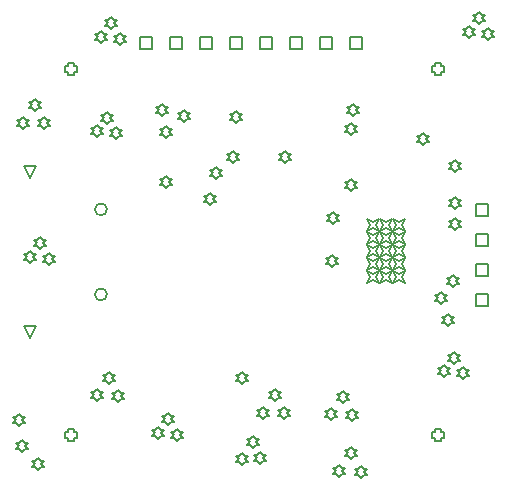
<source format=gbr>
%TF.GenerationSoftware,Altium Limited,Altium Designer,22.8.2 (66)*%
G04 Layer_Color=2752767*
%FSLAX45Y45*%
%MOMM*%
%TF.SameCoordinates,C69CFF7D-580E-4D1C-BBFF-10AAE48A081B*%
%TF.FilePolarity,Positive*%
%TF.FileFunction,Drawing*%
%TF.Part,Single*%
G01*
G75*
%TA.AperFunction,NonConductor*%
%ADD68C,0.12700*%
%ADD69C,0.16933*%
D68*
X-971800Y1719200D02*
Y1820800D01*
X-870200D01*
Y1719200D01*
X-971800D01*
X-717800D02*
Y1820800D01*
X-616200D01*
Y1719200D01*
X-717800D01*
X-463800D02*
Y1820800D01*
X-362200D01*
Y1719200D01*
X-463800D01*
X-209800D02*
Y1820800D01*
X-108200D01*
Y1719200D01*
X-209800D01*
X44200D02*
Y1820800D01*
X145800D01*
Y1719200D01*
X44200D01*
X298200D02*
Y1820800D01*
X399800D01*
Y1719200D01*
X298200D01*
X552200D02*
Y1820800D01*
X653800D01*
Y1719200D01*
X552200D01*
X806200D02*
Y1820800D01*
X907800D01*
Y1719200D01*
X806200D01*
X-1900000Y624200D02*
X-1950800Y725800D01*
X-1849200D01*
X-1900000Y624200D01*
Y-725800D02*
X-1950800Y-624200D01*
X-1849200D01*
X-1900000Y-725800D01*
X1524600Y1524600D02*
Y1499200D01*
X1575400D01*
Y1524600D01*
X1600800D01*
Y1575400D01*
X1575400D01*
Y1600800D01*
X1524600D01*
Y1575400D01*
X1499200D01*
Y1524600D01*
X1524600D01*
X-1575400D02*
Y1499200D01*
X-1524600D01*
Y1524600D01*
X-1499200D01*
Y1575400D01*
X-1524600D01*
Y1600800D01*
X-1575400D01*
Y1575400D01*
X-1600800D01*
Y1524600D01*
X-1575400D01*
X1524600Y-1575400D02*
Y-1600800D01*
X1575400D01*
Y-1575400D01*
X1600800D01*
Y-1524600D01*
X1575400D01*
Y-1499200D01*
X1524600D01*
Y-1524600D01*
X1499200D01*
Y-1575400D01*
X1524600D01*
X-1575400D02*
Y-1600800D01*
X-1524600D01*
Y-1575400D01*
X-1499200D01*
Y-1524600D01*
X-1524600D01*
Y-1499200D01*
X-1575400D01*
Y-1524600D01*
X-1600800D01*
Y-1575400D01*
X-1575400D01*
X1879200Y302200D02*
Y403800D01*
X1980800D01*
Y302200D01*
X1879200D01*
Y48200D02*
Y149800D01*
X1980800D01*
Y48200D01*
X1879200D01*
Y-205800D02*
Y-104200D01*
X1980800D01*
Y-205800D01*
X1879200D01*
Y-459800D02*
Y-358200D01*
X1980800D01*
Y-459800D01*
X1879200D01*
X172667Y-1263575D02*
X198067Y-1238175D01*
X223467D01*
X198067Y-1212775D01*
X223467Y-1187375D01*
X198067D01*
X172667Y-1161975D01*
X147267Y-1187375D01*
X121867D01*
X147267Y-1212775D01*
X121867Y-1238175D01*
X147267D01*
X172667Y-1263575D01*
X71708Y-1412289D02*
X97108Y-1386889D01*
X122508D01*
X97108Y-1361489D01*
X122508Y-1336089D01*
X97108D01*
X71708Y-1310689D01*
X46308Y-1336089D01*
X20908D01*
X46308Y-1361489D01*
X20908Y-1386889D01*
X46308D01*
X71708Y-1412289D01*
X252667Y-1418575D02*
X278067Y-1393175D01*
X303467D01*
X278067Y-1367775D01*
X303467Y-1342375D01*
X278067D01*
X252667Y-1316975D01*
X227267Y-1342375D01*
X201867D01*
X227267Y-1367775D01*
X201867Y-1393175D01*
X227267D01*
X252667Y-1418575D01*
X-1233715Y-1114326D02*
X-1208315Y-1088926D01*
X-1182915D01*
X-1208315Y-1063526D01*
X-1182915Y-1038126D01*
X-1208315D01*
X-1233715Y-1012726D01*
X-1259115Y-1038126D01*
X-1284515D01*
X-1259115Y-1063526D01*
X-1284515Y-1088926D01*
X-1259115D01*
X-1233715Y-1114326D01*
X-1334674Y-1263041D02*
X-1309274Y-1237641D01*
X-1283874D01*
X-1309274Y-1212241D01*
X-1283874Y-1186841D01*
X-1309274D01*
X-1334674Y-1161441D01*
X-1360074Y-1186841D01*
X-1385474D01*
X-1360074Y-1212241D01*
X-1385474Y-1237641D01*
X-1360074D01*
X-1334674Y-1263041D01*
X-1153715Y-1269327D02*
X-1128315Y-1243927D01*
X-1102915D01*
X-1128315Y-1218527D01*
X-1102915Y-1193127D01*
X-1128315D01*
X-1153715Y-1167727D01*
X-1179115Y-1193127D01*
X-1204515D01*
X-1179115Y-1218527D01*
X-1204515Y-1243927D01*
X-1179115D01*
X-1153715Y-1269327D01*
X-1859412Y1193288D02*
X-1834012Y1218688D01*
X-1808612D01*
X-1834012Y1244088D01*
X-1808612Y1269488D01*
X-1834012D01*
X-1859412Y1294888D01*
X-1884812Y1269488D01*
X-1910212D01*
X-1884812Y1244088D01*
X-1910212Y1218688D01*
X-1884812D01*
X-1859412Y1193288D01*
X-1960370Y1044574D02*
X-1934970Y1069974D01*
X-1909570D01*
X-1934970Y1095374D01*
X-1909570Y1120774D01*
X-1934970D01*
X-1960370Y1146174D01*
X-1985770Y1120774D01*
X-2011170D01*
X-1985770Y1095374D01*
X-2011170Y1069974D01*
X-1985770D01*
X-1960370Y1044574D01*
X-1779411Y1038288D02*
X-1754011Y1063688D01*
X-1728611D01*
X-1754011Y1089088D01*
X-1728611Y1114488D01*
X-1754011D01*
X-1779411Y1139888D01*
X-1804811Y1114488D01*
X-1830211D01*
X-1804811Y1089088D01*
X-1830211Y1063688D01*
X-1804811D01*
X-1779411Y1038288D01*
X750000Y-1275800D02*
X775400Y-1250400D01*
X800800D01*
X775400Y-1225000D01*
X800800Y-1199600D01*
X775400D01*
X750000Y-1174200D01*
X724600Y-1199600D01*
X699200D01*
X724600Y-1225000D01*
X699200Y-1250400D01*
X724600D01*
X750000Y-1275800D01*
X649042Y-1424515D02*
X674442Y-1399115D01*
X699842D01*
X674442Y-1373715D01*
X699842Y-1348315D01*
X674442D01*
X649042Y-1322915D01*
X623642Y-1348315D01*
X598242D01*
X623642Y-1373715D01*
X598242Y-1399115D01*
X623642D01*
X649042Y-1424515D01*
X830000Y-1430801D02*
X855400Y-1405401D01*
X880800D01*
X855400Y-1380001D01*
X880800Y-1354601D01*
X855400D01*
X830000Y-1329201D01*
X804600Y-1354601D01*
X779200D01*
X804600Y-1380001D01*
X779200Y-1405401D01*
X804600D01*
X830000Y-1430801D01*
X1700000Y184200D02*
X1725400Y209600D01*
X1750800D01*
X1725400Y235000D01*
X1750800Y260400D01*
X1725400D01*
X1700000Y285800D01*
X1674600Y260400D01*
X1649200D01*
X1674600Y235000D01*
X1649200Y209600D01*
X1674600D01*
X1700000Y184200D01*
X1685000Y-300800D02*
X1710400Y-275400D01*
X1735800D01*
X1710400Y-250000D01*
X1735800Y-224600D01*
X1710400D01*
X1685000Y-199200D01*
X1659600Y-224600D01*
X1634200D01*
X1659600Y-250000D01*
X1634200Y-275400D01*
X1659600D01*
X1685000Y-300800D01*
X1580000Y-440800D02*
X1605400Y-415400D01*
X1630800D01*
X1605400Y-390000D01*
X1630800Y-364600D01*
X1605400D01*
X1580000Y-339200D01*
X1554600Y-364600D01*
X1529200D01*
X1554600Y-390000D01*
X1529200Y-415400D01*
X1554600D01*
X1580000Y-440800D01*
X-105000Y-1120800D02*
X-79600Y-1095400D01*
X-54200D01*
X-79600Y-1070000D01*
X-54200Y-1044600D01*
X-79600D01*
X-105000Y-1019200D01*
X-130400Y-1044600D01*
X-155800D01*
X-130400Y-1070000D01*
X-155800Y-1095400D01*
X-130400D01*
X-105000Y-1120800D01*
X1429612Y908447D02*
X1455012Y933847D01*
X1480412D01*
X1455012Y959247D01*
X1480412Y984647D01*
X1455012D01*
X1429612Y1010047D01*
X1404212Y984647D01*
X1378812D01*
X1404212Y959247D01*
X1378812Y933847D01*
X1404212D01*
X1429612Y908447D01*
X-322173Y619671D02*
X-296773Y645071D01*
X-271373D01*
X-296773Y670471D01*
X-271373Y695871D01*
X-296773D01*
X-322173Y721271D01*
X-347573Y695871D01*
X-372973D01*
X-347573Y670471D01*
X-372973Y645071D01*
X-347573D01*
X-322173Y619671D01*
X-155000Y1089200D02*
X-129600Y1114600D01*
X-104200D01*
X-129600Y1140000D01*
X-104200Y1165400D01*
X-129600D01*
X-155000Y1190800D01*
X-180400Y1165400D01*
X-205800D01*
X-180400Y1140000D01*
X-205800Y1114600D01*
X-180400D01*
X-155000Y1089200D01*
X1639473Y-631427D02*
X1664873Y-606027D01*
X1690273D01*
X1664873Y-580627D01*
X1690273Y-555227D01*
X1664873D01*
X1639473Y-529827D01*
X1614073Y-555227D01*
X1588673D01*
X1614073Y-580627D01*
X1588673Y-606027D01*
X1614073D01*
X1639473Y-631427D01*
X1695000Y364200D02*
X1720400Y389600D01*
X1745800D01*
X1720400Y415000D01*
X1745800Y440400D01*
X1720400D01*
X1695000Y465800D01*
X1669600Y440400D01*
X1644200D01*
X1669600Y415000D01*
X1644200Y389600D01*
X1669600D01*
X1695000Y364200D01*
X-185000Y749200D02*
X-159600Y774600D01*
X-134200D01*
X-159600Y800000D01*
X-134200Y825400D01*
X-159600D01*
X-185000Y850800D01*
X-210400Y825400D01*
X-235800D01*
X-210400Y800000D01*
X-235800Y774600D01*
X-210400D01*
X-185000Y749200D01*
X660000Y-125800D02*
X685400Y-100400D01*
X710800D01*
X685400Y-75000D01*
X710800Y-49600D01*
X685400D01*
X660000Y-24200D01*
X634600Y-49600D01*
X609200D01*
X634600Y-75000D01*
X609200Y-100400D01*
X634600D01*
X660000Y-125800D01*
X-600000Y1099200D02*
X-574600Y1124600D01*
X-549200D01*
X-574600Y1150000D01*
X-549200Y1175400D01*
X-574600D01*
X-600000Y1200800D01*
X-625400Y1175400D01*
X-650800D01*
X-625400Y1150000D01*
X-650800Y1124600D01*
X-625400D01*
X-600000Y1099200D01*
X-750000Y964200D02*
X-724600Y989600D01*
X-699200D01*
X-724600Y1015000D01*
X-699200Y1040400D01*
X-724600D01*
X-750000Y1065800D01*
X-775400Y1040400D01*
X-800800D01*
X-775400Y1015000D01*
X-800800Y989600D01*
X-775400D01*
X-750000Y964200D01*
X-785000Y1149200D02*
X-759600Y1174600D01*
X-734200D01*
X-759600Y1200000D01*
X-734200Y1225400D01*
X-759600D01*
X-785000Y1250800D01*
X-810400Y1225400D01*
X-835800D01*
X-810400Y1200000D01*
X-835800Y1174600D01*
X-810400D01*
X-785000Y1149200D01*
X1904037Y1925355D02*
X1929437Y1950755D01*
X1954837D01*
X1929437Y1976155D01*
X1954837Y2001555D01*
X1929437D01*
X1904037Y2026955D01*
X1878637Y2001555D01*
X1853237D01*
X1878637Y1976155D01*
X1853237Y1950755D01*
X1878637D01*
X1904037Y1925355D01*
X1819037Y1810355D02*
X1844437Y1835755D01*
X1869837D01*
X1844437Y1861155D01*
X1869837Y1886555D01*
X1844437D01*
X1819037Y1911955D01*
X1793637Y1886555D01*
X1768237D01*
X1793637Y1861155D01*
X1768237Y1835755D01*
X1793637D01*
X1819037Y1810355D01*
X1979951Y1793341D02*
X2005351Y1818741D01*
X2030751D01*
X2005351Y1844141D01*
X2030751Y1869541D01*
X2005351D01*
X1979951Y1894941D01*
X1954551Y1869541D01*
X1929151D01*
X1954551Y1844141D01*
X1929151Y1818741D01*
X1954551D01*
X1979951Y1793341D01*
X-1217243Y1884150D02*
X-1191843Y1909550D01*
X-1166443D01*
X-1191843Y1934950D01*
X-1166443Y1960350D01*
X-1191843D01*
X-1217243Y1985750D01*
X-1242643Y1960350D01*
X-1268043D01*
X-1242643Y1934950D01*
X-1268043Y1909550D01*
X-1242643D01*
X-1217243Y1884150D01*
X-1302244Y1769150D02*
X-1276844Y1794550D01*
X-1251444D01*
X-1276844Y1819950D01*
X-1251444Y1845350D01*
X-1276844D01*
X-1302244Y1870750D01*
X-1327644Y1845350D01*
X-1353044D01*
X-1327644Y1819950D01*
X-1353044Y1794550D01*
X-1327644D01*
X-1302244Y1769150D01*
X-1141329Y1752135D02*
X-1115929Y1777535D01*
X-1090529D01*
X-1115929Y1802935D01*
X-1090529Y1828335D01*
X-1115929D01*
X-1141329Y1853735D01*
X-1166729Y1828335D01*
X-1192129D01*
X-1166729Y1802935D01*
X-1192129Y1777535D01*
X-1166729D01*
X-1141329Y1752135D01*
X-1248147Y1085803D02*
X-1222747Y1111203D01*
X-1197347D01*
X-1222747Y1136603D01*
X-1197347Y1162003D01*
X-1222747D01*
X-1248147Y1187403D01*
X-1273547Y1162003D01*
X-1298947D01*
X-1273547Y1136603D01*
X-1298947Y1111203D01*
X-1273547D01*
X-1248147Y1085803D01*
X-1333147Y970803D02*
X-1307747Y996203D01*
X-1282347D01*
X-1307747Y1021603D01*
X-1282347Y1047003D01*
X-1307747D01*
X-1333147Y1072403D01*
X-1358547Y1047003D01*
X-1383947D01*
X-1358547Y1021603D01*
X-1383947Y996203D01*
X-1358547D01*
X-1333147Y970803D01*
X-1172233Y953788D02*
X-1146833Y979188D01*
X-1121433D01*
X-1146833Y1004588D01*
X-1121433Y1029988D01*
X-1146833D01*
X-1172233Y1055388D01*
X-1197633Y1029988D01*
X-1223033D01*
X-1197633Y1004588D01*
X-1223033Y979188D01*
X-1197633D01*
X-1172233Y953788D01*
X-1965000Y-1695800D02*
X-1939600Y-1670400D01*
X-1914200D01*
X-1939600Y-1645000D01*
X-1914200Y-1619600D01*
X-1939600D01*
X-1965000Y-1594200D01*
X-1990400Y-1619600D01*
X-2015800D01*
X-1990400Y-1645000D01*
X-2015800Y-1670400D01*
X-1990400D01*
X-1965000Y-1695800D01*
X-1995000Y-1470800D02*
X-1969600Y-1445400D01*
X-1944200D01*
X-1969600Y-1420000D01*
X-1944200Y-1394600D01*
X-1969600D01*
X-1995000Y-1369200D01*
X-2020400Y-1394600D01*
X-2045800D01*
X-2020400Y-1420000D01*
X-2045800Y-1445400D01*
X-2020400D01*
X-1995000Y-1470800D01*
X-1830000Y-1845800D02*
X-1804600Y-1820400D01*
X-1779200D01*
X-1804600Y-1795000D01*
X-1779200Y-1769600D01*
X-1804600D01*
X-1830000Y-1744200D01*
X-1855400Y-1769600D01*
X-1880800D01*
X-1855400Y-1795000D01*
X-1880800Y-1820400D01*
X-1855400D01*
X-1830000Y-1845800D01*
X-1815000Y24200D02*
X-1789600Y49600D01*
X-1764200D01*
X-1789600Y75000D01*
X-1764200Y100400D01*
X-1789600D01*
X-1815000Y125800D01*
X-1840400Y100400D01*
X-1865800D01*
X-1840400Y75000D01*
X-1865800Y49600D01*
X-1840400D01*
X-1815000Y24200D01*
X-1900000Y-90800D02*
X-1874600Y-65400D01*
X-1849200D01*
X-1874600Y-40000D01*
X-1849200Y-14600D01*
X-1874600D01*
X-1900000Y10800D01*
X-1925400Y-14600D01*
X-1950800D01*
X-1925400Y-40000D01*
X-1950800Y-65400D01*
X-1925400D01*
X-1900000Y-90800D01*
X-1739086Y-107815D02*
X-1713686Y-82415D01*
X-1688286D01*
X-1713686Y-57015D01*
X-1688286Y-31615D01*
X-1713686D01*
X-1739086Y-6215D01*
X-1764486Y-31615D01*
X-1789886D01*
X-1764486Y-57015D01*
X-1789886Y-82415D01*
X-1764486D01*
X-1739086Y-107815D01*
X1690000Y-945800D02*
X1715400Y-920400D01*
X1740800D01*
X1715400Y-895000D01*
X1740800Y-869600D01*
X1715400D01*
X1690000Y-844200D01*
X1664600Y-869600D01*
X1639200D01*
X1664600Y-895000D01*
X1639200Y-920400D01*
X1664600D01*
X1690000Y-945800D01*
X1605000Y-1060800D02*
X1630400Y-1035400D01*
X1655800D01*
X1630400Y-1010000D01*
X1655800Y-984600D01*
X1630400D01*
X1605000Y-959200D01*
X1579600Y-984600D01*
X1554200D01*
X1579600Y-1010000D01*
X1554200Y-1035400D01*
X1579600D01*
X1605000Y-1060800D01*
X1765914Y-1077815D02*
X1791314Y-1052415D01*
X1816714D01*
X1791314Y-1027015D01*
X1816714Y-1001615D01*
X1791314D01*
X1765914Y-976215D01*
X1740514Y-1001615D01*
X1715114D01*
X1740514Y-1027015D01*
X1715114Y-1052415D01*
X1740514D01*
X1765914Y-1077815D01*
X-735000Y-1465800D02*
X-709600Y-1440400D01*
X-684200D01*
X-709600Y-1415000D01*
X-684200Y-1389600D01*
X-709600D01*
X-735000Y-1364200D01*
X-760400Y-1389600D01*
X-785800D01*
X-760400Y-1415000D01*
X-785800Y-1440400D01*
X-760400D01*
X-735000Y-1465800D01*
X-820000Y-1580800D02*
X-794600Y-1555400D01*
X-769200D01*
X-794600Y-1530000D01*
X-769200Y-1504600D01*
X-794600D01*
X-820000Y-1479200D01*
X-845400Y-1504600D01*
X-870800D01*
X-845400Y-1530000D01*
X-870800Y-1555400D01*
X-845400D01*
X-820000Y-1580800D01*
X-659086Y-1597815D02*
X-633686Y-1572415D01*
X-608286D01*
X-633686Y-1547015D01*
X-608286Y-1521615D01*
X-633686D01*
X-659086Y-1496215D01*
X-684486Y-1521615D01*
X-709886D01*
X-684486Y-1547015D01*
X-709886Y-1572415D01*
X-684486D01*
X-659086Y-1597815D01*
X46059Y-1799876D02*
X71459Y-1774476D01*
X96859D01*
X71459Y-1749076D01*
X96859Y-1723676D01*
X71459D01*
X46059Y-1698276D01*
X20659Y-1723676D01*
X-4741D01*
X20659Y-1749076D01*
X-4741Y-1774476D01*
X20659D01*
X46059Y-1799876D01*
X-106762Y-1805536D02*
X-81362Y-1780136D01*
X-55962D01*
X-81362Y-1754736D01*
X-55962Y-1729336D01*
X-81362D01*
X-106762Y-1703936D01*
X-132162Y-1729336D01*
X-157562D01*
X-132162Y-1754736D01*
X-157562Y-1780136D01*
X-132162D01*
X-106762Y-1805536D01*
X-16202Y-1664035D02*
X9198Y-1638635D01*
X34598D01*
X9198Y-1613235D01*
X34598Y-1587835D01*
X9198D01*
X-16202Y-1562435D01*
X-41602Y-1587835D01*
X-67002D01*
X-41602Y-1613235D01*
X-67002Y-1638635D01*
X-41602D01*
X-16202Y-1664035D01*
X900000Y-1910800D02*
X925400Y-1885400D01*
X950800D01*
X925400Y-1860000D01*
X950800Y-1834600D01*
X925400D01*
X900000Y-1809200D01*
X874600Y-1834600D01*
X849200D01*
X874600Y-1860000D01*
X849200Y-1885400D01*
X874600D01*
X900000Y-1910800D01*
X719041Y-1904514D02*
X744441Y-1879114D01*
X769841D01*
X744441Y-1853714D01*
X769841Y-1828314D01*
X744441D01*
X719041Y-1802914D01*
X693641Y-1828314D01*
X668241D01*
X693641Y-1853714D01*
X668241Y-1879114D01*
X693641D01*
X719041Y-1904514D01*
X820000Y-1755800D02*
X845400Y-1730400D01*
X870800D01*
X845400Y-1705000D01*
X870800Y-1679600D01*
X845400D01*
X820000Y-1654200D01*
X794600Y-1679600D01*
X769200D01*
X794600Y-1705000D01*
X769200Y-1730400D01*
X794600D01*
X820000Y-1755800D01*
X836926Y1154419D02*
X862326Y1179819D01*
X887726D01*
X862326Y1205219D01*
X887726Y1230619D01*
X862326D01*
X836926Y1256019D01*
X811526Y1230619D01*
X786126D01*
X811526Y1205219D01*
X786126Y1179819D01*
X811526D01*
X836926Y1154419D01*
X1700000Y674200D02*
X1725400Y699600D01*
X1750800D01*
X1725400Y725000D01*
X1750800Y750400D01*
X1725400D01*
X1700000Y775800D01*
X1674600Y750400D01*
X1649200D01*
X1674600Y725000D01*
X1649200Y699600D01*
X1674600D01*
X1700000Y674200D01*
X-745000Y539200D02*
X-719600Y564600D01*
X-694200D01*
X-719600Y590000D01*
X-694200Y615400D01*
X-719600D01*
X-745000Y640800D01*
X-770400Y615400D01*
X-795800D01*
X-770400Y590000D01*
X-795800Y564600D01*
X-770400D01*
X-745000Y539200D01*
X815000Y989200D02*
X840400Y1014600D01*
X865800D01*
X840400Y1040000D01*
X865800Y1065400D01*
X840400D01*
X815000Y1090800D01*
X789600Y1065400D01*
X764200D01*
X789600Y1040000D01*
X764200Y1014600D01*
X789600D01*
X815000Y989200D01*
X820000Y519200D02*
X845400Y544600D01*
X870800D01*
X845400Y570000D01*
X870800Y595400D01*
X845400D01*
X820000Y620800D01*
X794600Y595400D01*
X769200D01*
X794600Y570000D01*
X769200Y544600D01*
X794600D01*
X820000Y519200D01*
X255000Y754200D02*
X280400Y779600D01*
X305800D01*
X280400Y805000D01*
X305800Y830400D01*
X280400D01*
X255000Y855800D01*
X229600Y830400D01*
X204200D01*
X229600Y805000D01*
X204200Y779600D01*
X229600D01*
X255000Y754200D01*
X665000Y234200D02*
X690400Y259600D01*
X715800D01*
X690400Y285000D01*
X715800Y310400D01*
X690400D01*
X665000Y335800D01*
X639600Y310400D01*
X614200D01*
X639600Y285000D01*
X614200Y259600D01*
X639600D01*
X665000Y234200D01*
X-380000Y399200D02*
X-354600Y424600D01*
X-329200D01*
X-354600Y450000D01*
X-329200Y475400D01*
X-354600D01*
X-380000Y500800D01*
X-405400Y475400D01*
X-430800D01*
X-405400Y450000D01*
X-430800Y424600D01*
X-405400D01*
X-380000Y399200D01*
X956700Y-263300D02*
X982100Y-212500D01*
X956700Y-161700D01*
X1007500Y-187100D01*
X1058300Y-161700D01*
X1032900Y-212500D01*
X1058300Y-263300D01*
X1007500Y-237900D01*
X956700Y-263300D01*
Y176700D02*
X982100Y227500D01*
X956700Y278300D01*
X1007500Y252900D01*
X1058300Y278300D01*
X1032900Y227500D01*
X1058300Y176700D01*
X1007500Y202100D01*
X956700Y176700D01*
X1066700D02*
X1092100Y227500D01*
X1066700Y278300D01*
X1117500Y252900D01*
X1168300Y278300D01*
X1142900Y227500D01*
X1168300Y176700D01*
X1117500Y202100D01*
X1066700Y176700D01*
X1176700D02*
X1202100Y227500D01*
X1176700Y278300D01*
X1227500Y252900D01*
X1278300Y278300D01*
X1252900Y227500D01*
X1278300Y176700D01*
X1227500Y202100D01*
X1176700Y176700D01*
X956700Y66700D02*
X982100Y117500D01*
X956700Y168300D01*
X1007500Y142900D01*
X1058300Y168300D01*
X1032900Y117500D01*
X1058300Y66700D01*
X1007500Y92100D01*
X956700Y66700D01*
X1066700D02*
X1092100Y117500D01*
X1066700Y168300D01*
X1117500Y142900D01*
X1168300Y168300D01*
X1142900Y117500D01*
X1168300Y66700D01*
X1117500Y92100D01*
X1066700Y66700D01*
X1176700D02*
X1202100Y117500D01*
X1176700Y168300D01*
X1227500Y142900D01*
X1278300Y168300D01*
X1252900Y117500D01*
X1278300Y66700D01*
X1227500Y92100D01*
X1176700Y66700D01*
X956700Y-43300D02*
X982100Y7500D01*
X956700Y58300D01*
X1007500Y32900D01*
X1058300Y58300D01*
X1032900Y7500D01*
X1058300Y-43300D01*
X1007500Y-17900D01*
X956700Y-43300D01*
X1066700D02*
X1092100Y7500D01*
X1066700Y58300D01*
X1117500Y32900D01*
X1168300Y58300D01*
X1142900Y7500D01*
X1168300Y-43300D01*
X1117500Y-17900D01*
X1066700Y-43300D01*
X1176700D02*
X1202100Y7500D01*
X1176700Y58300D01*
X1227500Y32900D01*
X1278300Y58300D01*
X1252900Y7500D01*
X1278300Y-43300D01*
X1227500Y-17900D01*
X1176700Y-43300D01*
X956700Y-153300D02*
X982100Y-102500D01*
X956700Y-51700D01*
X1007500Y-77100D01*
X1058300Y-51700D01*
X1032900Y-102500D01*
X1058300Y-153300D01*
X1007500Y-127900D01*
X956700Y-153300D01*
X1066700D02*
X1092100Y-102500D01*
X1066700Y-51700D01*
X1117500Y-77100D01*
X1168300Y-51700D01*
X1142900Y-102500D01*
X1168300Y-153300D01*
X1117500Y-127900D01*
X1066700Y-153300D01*
X1176700D02*
X1202100Y-102500D01*
X1176700Y-51700D01*
X1227500Y-77100D01*
X1278300Y-51700D01*
X1252900Y-102500D01*
X1278300Y-153300D01*
X1227500Y-127900D01*
X1176700Y-153300D01*
X1066700Y-263300D02*
X1092100Y-212500D01*
X1066700Y-161700D01*
X1117500Y-187100D01*
X1168300Y-161700D01*
X1142900Y-212500D01*
X1168300Y-263300D01*
X1117500Y-237900D01*
X1066700Y-263300D01*
X1176700D02*
X1202100Y-212500D01*
X1176700Y-161700D01*
X1227500Y-187100D01*
X1278300Y-161700D01*
X1252900Y-212500D01*
X1278300Y-263300D01*
X1227500Y-237900D01*
X1176700Y-263300D01*
D69*
X-1249200Y360000D02*
G03*
X-1249200Y360000I-50800J0D01*
G01*
Y-360000D02*
G03*
X-1249200Y-360000I-50800J0D01*
G01*
%TF.MD5,44ee5072ec9373e081909152a85a243c*%
M02*

</source>
